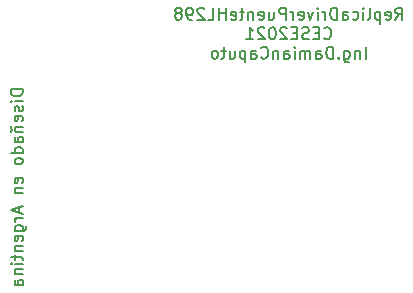
<source format=gbr>
%TF.GenerationSoftware,KiCad,Pcbnew,(5.1.10)-1*%
%TF.CreationDate,2021-10-13T16:11:29-06:00*%
%TF.ProjectId,ReplicaDriverPuenteHL298,5265706c-6963-4614-9472-697665725075,1.0*%
%TF.SameCoordinates,Original*%
%TF.FileFunction,Legend,Bot*%
%TF.FilePolarity,Positive*%
%FSLAX46Y46*%
G04 Gerber Fmt 4.6, Leading zero omitted, Abs format (unit mm)*
G04 Created by KiCad (PCBNEW (5.1.10)-1) date 2021-10-13 16:11:29*
%MOMM*%
%LPD*%
G01*
G04 APERTURE LIST*
%ADD10C,0.150000*%
G04 APERTURE END LIST*
D10*
X128952380Y-80714285D02*
X127952380Y-80714285D01*
X127952380Y-80952380D01*
X128000000Y-81095238D01*
X128095238Y-81190476D01*
X128190476Y-81238095D01*
X128380952Y-81285714D01*
X128523809Y-81285714D01*
X128714285Y-81238095D01*
X128809523Y-81190476D01*
X128904761Y-81095238D01*
X128952380Y-80952380D01*
X128952380Y-80714285D01*
X128952380Y-81714285D02*
X128285714Y-81714285D01*
X127952380Y-81714285D02*
X128000000Y-81666666D01*
X128047619Y-81714285D01*
X128000000Y-81761904D01*
X127952380Y-81714285D01*
X128047619Y-81714285D01*
X128904761Y-82142857D02*
X128952380Y-82238095D01*
X128952380Y-82428571D01*
X128904761Y-82523809D01*
X128809523Y-82571428D01*
X128761904Y-82571428D01*
X128666666Y-82523809D01*
X128619047Y-82428571D01*
X128619047Y-82285714D01*
X128571428Y-82190476D01*
X128476190Y-82142857D01*
X128428571Y-82142857D01*
X128333333Y-82190476D01*
X128285714Y-82285714D01*
X128285714Y-82428571D01*
X128333333Y-82523809D01*
X128904761Y-83380952D02*
X128952380Y-83285714D01*
X128952380Y-83095238D01*
X128904761Y-83000000D01*
X128809523Y-82952380D01*
X128428571Y-82952380D01*
X128333333Y-83000000D01*
X128285714Y-83095238D01*
X128285714Y-83285714D01*
X128333333Y-83380952D01*
X128428571Y-83428571D01*
X128523809Y-83428571D01*
X128619047Y-82952380D01*
X128285714Y-83857142D02*
X128952380Y-83857142D01*
X128380952Y-83857142D02*
X128333333Y-83904761D01*
X128285714Y-84000000D01*
X128285714Y-84142857D01*
X128333333Y-84238095D01*
X128428571Y-84285714D01*
X128952380Y-84285714D01*
X128047619Y-83809523D02*
X128000000Y-83857142D01*
X127952380Y-83952380D01*
X128047619Y-84142857D01*
X128000000Y-84238095D01*
X127952380Y-84285714D01*
X128952380Y-85190476D02*
X128428571Y-85190476D01*
X128333333Y-85142857D01*
X128285714Y-85047619D01*
X128285714Y-84857142D01*
X128333333Y-84761904D01*
X128904761Y-85190476D02*
X128952380Y-85095238D01*
X128952380Y-84857142D01*
X128904761Y-84761904D01*
X128809523Y-84714285D01*
X128714285Y-84714285D01*
X128619047Y-84761904D01*
X128571428Y-84857142D01*
X128571428Y-85095238D01*
X128523809Y-85190476D01*
X128952380Y-86095238D02*
X127952380Y-86095238D01*
X128904761Y-86095238D02*
X128952380Y-86000000D01*
X128952380Y-85809523D01*
X128904761Y-85714285D01*
X128857142Y-85666666D01*
X128761904Y-85619047D01*
X128476190Y-85619047D01*
X128380952Y-85666666D01*
X128333333Y-85714285D01*
X128285714Y-85809523D01*
X128285714Y-86000000D01*
X128333333Y-86095238D01*
X128952380Y-86714285D02*
X128904761Y-86619047D01*
X128857142Y-86571428D01*
X128761904Y-86523809D01*
X128476190Y-86523809D01*
X128380952Y-86571428D01*
X128333333Y-86619047D01*
X128285714Y-86714285D01*
X128285714Y-86857142D01*
X128333333Y-86952380D01*
X128380952Y-87000000D01*
X128476190Y-87047619D01*
X128761904Y-87047619D01*
X128857142Y-87000000D01*
X128904761Y-86952380D01*
X128952380Y-86857142D01*
X128952380Y-86714285D01*
X128904761Y-88619047D02*
X128952380Y-88523809D01*
X128952380Y-88333333D01*
X128904761Y-88238095D01*
X128809523Y-88190476D01*
X128428571Y-88190476D01*
X128333333Y-88238095D01*
X128285714Y-88333333D01*
X128285714Y-88523809D01*
X128333333Y-88619047D01*
X128428571Y-88666666D01*
X128523809Y-88666666D01*
X128619047Y-88190476D01*
X128285714Y-89095238D02*
X128952380Y-89095238D01*
X128380952Y-89095238D02*
X128333333Y-89142857D01*
X128285714Y-89238095D01*
X128285714Y-89380952D01*
X128333333Y-89476190D01*
X128428571Y-89523809D01*
X128952380Y-89523809D01*
X128666666Y-90714285D02*
X128666666Y-91190476D01*
X128952380Y-90619047D02*
X127952380Y-90952380D01*
X128952380Y-91285714D01*
X128952380Y-91619047D02*
X128285714Y-91619047D01*
X128476190Y-91619047D02*
X128380952Y-91666666D01*
X128333333Y-91714285D01*
X128285714Y-91809523D01*
X128285714Y-91904761D01*
X128285714Y-92666666D02*
X129095238Y-92666666D01*
X129190476Y-92619047D01*
X129238095Y-92571428D01*
X129285714Y-92476190D01*
X129285714Y-92333333D01*
X129238095Y-92238095D01*
X128904761Y-92666666D02*
X128952380Y-92571428D01*
X128952380Y-92380952D01*
X128904761Y-92285714D01*
X128857142Y-92238095D01*
X128761904Y-92190476D01*
X128476190Y-92190476D01*
X128380952Y-92238095D01*
X128333333Y-92285714D01*
X128285714Y-92380952D01*
X128285714Y-92571428D01*
X128333333Y-92666666D01*
X128904761Y-93523809D02*
X128952380Y-93428571D01*
X128952380Y-93238095D01*
X128904761Y-93142857D01*
X128809523Y-93095238D01*
X128428571Y-93095238D01*
X128333333Y-93142857D01*
X128285714Y-93238095D01*
X128285714Y-93428571D01*
X128333333Y-93523809D01*
X128428571Y-93571428D01*
X128523809Y-93571428D01*
X128619047Y-93095238D01*
X128285714Y-94000000D02*
X128952380Y-94000000D01*
X128380952Y-94000000D02*
X128333333Y-94047619D01*
X128285714Y-94142857D01*
X128285714Y-94285714D01*
X128333333Y-94380952D01*
X128428571Y-94428571D01*
X128952380Y-94428571D01*
X128285714Y-94761904D02*
X128285714Y-95142857D01*
X127952380Y-94904761D02*
X128809523Y-94904761D01*
X128904761Y-94952380D01*
X128952380Y-95047619D01*
X128952380Y-95142857D01*
X128952380Y-95476190D02*
X128285714Y-95476190D01*
X127952380Y-95476190D02*
X128000000Y-95428571D01*
X128047619Y-95476190D01*
X128000000Y-95523809D01*
X127952380Y-95476190D01*
X128047619Y-95476190D01*
X128285714Y-95952380D02*
X128952380Y-95952380D01*
X128380952Y-95952380D02*
X128333333Y-96000000D01*
X128285714Y-96095238D01*
X128285714Y-96238095D01*
X128333333Y-96333333D01*
X128428571Y-96380952D01*
X128952380Y-96380952D01*
X128952380Y-97285714D02*
X128428571Y-97285714D01*
X128333333Y-97238095D01*
X128285714Y-97142857D01*
X128285714Y-96952380D01*
X128333333Y-96857142D01*
X128904761Y-97285714D02*
X128952380Y-97190476D01*
X128952380Y-96952380D01*
X128904761Y-96857142D01*
X128809523Y-96809523D01*
X128714285Y-96809523D01*
X128619047Y-96857142D01*
X128571428Y-96952380D01*
X128571428Y-97190476D01*
X128523809Y-97285714D01*
X160523809Y-74802380D02*
X160857142Y-74326190D01*
X161095238Y-74802380D02*
X161095238Y-73802380D01*
X160714285Y-73802380D01*
X160619047Y-73850000D01*
X160571428Y-73897619D01*
X160523809Y-73992857D01*
X160523809Y-74135714D01*
X160571428Y-74230952D01*
X160619047Y-74278571D01*
X160714285Y-74326190D01*
X161095238Y-74326190D01*
X159714285Y-74754761D02*
X159809523Y-74802380D01*
X160000000Y-74802380D01*
X160095238Y-74754761D01*
X160142857Y-74659523D01*
X160142857Y-74278571D01*
X160095238Y-74183333D01*
X160000000Y-74135714D01*
X159809523Y-74135714D01*
X159714285Y-74183333D01*
X159666666Y-74278571D01*
X159666666Y-74373809D01*
X160142857Y-74469047D01*
X159238095Y-74135714D02*
X159238095Y-75135714D01*
X159238095Y-74183333D02*
X159142857Y-74135714D01*
X158952380Y-74135714D01*
X158857142Y-74183333D01*
X158809523Y-74230952D01*
X158761904Y-74326190D01*
X158761904Y-74611904D01*
X158809523Y-74707142D01*
X158857142Y-74754761D01*
X158952380Y-74802380D01*
X159142857Y-74802380D01*
X159238095Y-74754761D01*
X158190476Y-74802380D02*
X158285714Y-74754761D01*
X158333333Y-74659523D01*
X158333333Y-73802380D01*
X157809523Y-74802380D02*
X157809523Y-74135714D01*
X157809523Y-73802380D02*
X157857142Y-73850000D01*
X157809523Y-73897619D01*
X157761904Y-73850000D01*
X157809523Y-73802380D01*
X157809523Y-73897619D01*
X156904761Y-74754761D02*
X157000000Y-74802380D01*
X157190476Y-74802380D01*
X157285714Y-74754761D01*
X157333333Y-74707142D01*
X157380952Y-74611904D01*
X157380952Y-74326190D01*
X157333333Y-74230952D01*
X157285714Y-74183333D01*
X157190476Y-74135714D01*
X157000000Y-74135714D01*
X156904761Y-74183333D01*
X156047619Y-74802380D02*
X156047619Y-74278571D01*
X156095238Y-74183333D01*
X156190476Y-74135714D01*
X156380952Y-74135714D01*
X156476190Y-74183333D01*
X156047619Y-74754761D02*
X156142857Y-74802380D01*
X156380952Y-74802380D01*
X156476190Y-74754761D01*
X156523809Y-74659523D01*
X156523809Y-74564285D01*
X156476190Y-74469047D01*
X156380952Y-74421428D01*
X156142857Y-74421428D01*
X156047619Y-74373809D01*
X155571428Y-74802380D02*
X155571428Y-73802380D01*
X155333333Y-73802380D01*
X155190476Y-73850000D01*
X155095238Y-73945238D01*
X155047619Y-74040476D01*
X155000000Y-74230952D01*
X155000000Y-74373809D01*
X155047619Y-74564285D01*
X155095238Y-74659523D01*
X155190476Y-74754761D01*
X155333333Y-74802380D01*
X155571428Y-74802380D01*
X154571428Y-74802380D02*
X154571428Y-74135714D01*
X154571428Y-74326190D02*
X154523809Y-74230952D01*
X154476190Y-74183333D01*
X154380952Y-74135714D01*
X154285714Y-74135714D01*
X153952380Y-74802380D02*
X153952380Y-74135714D01*
X153952380Y-73802380D02*
X154000000Y-73850000D01*
X153952380Y-73897619D01*
X153904761Y-73850000D01*
X153952380Y-73802380D01*
X153952380Y-73897619D01*
X153571428Y-74135714D02*
X153333333Y-74802380D01*
X153095238Y-74135714D01*
X152333333Y-74754761D02*
X152428571Y-74802380D01*
X152619047Y-74802380D01*
X152714285Y-74754761D01*
X152761904Y-74659523D01*
X152761904Y-74278571D01*
X152714285Y-74183333D01*
X152619047Y-74135714D01*
X152428571Y-74135714D01*
X152333333Y-74183333D01*
X152285714Y-74278571D01*
X152285714Y-74373809D01*
X152761904Y-74469047D01*
X151857142Y-74802380D02*
X151857142Y-74135714D01*
X151857142Y-74326190D02*
X151809523Y-74230952D01*
X151761904Y-74183333D01*
X151666666Y-74135714D01*
X151571428Y-74135714D01*
X151238095Y-74802380D02*
X151238095Y-73802380D01*
X150857142Y-73802380D01*
X150761904Y-73850000D01*
X150714285Y-73897619D01*
X150666666Y-73992857D01*
X150666666Y-74135714D01*
X150714285Y-74230952D01*
X150761904Y-74278571D01*
X150857142Y-74326190D01*
X151238095Y-74326190D01*
X149809523Y-74135714D02*
X149809523Y-74802380D01*
X150238095Y-74135714D02*
X150238095Y-74659523D01*
X150190476Y-74754761D01*
X150095238Y-74802380D01*
X149952380Y-74802380D01*
X149857142Y-74754761D01*
X149809523Y-74707142D01*
X148952380Y-74754761D02*
X149047619Y-74802380D01*
X149238095Y-74802380D01*
X149333333Y-74754761D01*
X149380952Y-74659523D01*
X149380952Y-74278571D01*
X149333333Y-74183333D01*
X149238095Y-74135714D01*
X149047619Y-74135714D01*
X148952380Y-74183333D01*
X148904761Y-74278571D01*
X148904761Y-74373809D01*
X149380952Y-74469047D01*
X148476190Y-74135714D02*
X148476190Y-74802380D01*
X148476190Y-74230952D02*
X148428571Y-74183333D01*
X148333333Y-74135714D01*
X148190476Y-74135714D01*
X148095238Y-74183333D01*
X148047619Y-74278571D01*
X148047619Y-74802380D01*
X147714285Y-74135714D02*
X147333333Y-74135714D01*
X147571428Y-73802380D02*
X147571428Y-74659523D01*
X147523809Y-74754761D01*
X147428571Y-74802380D01*
X147333333Y-74802380D01*
X146619047Y-74754761D02*
X146714285Y-74802380D01*
X146904761Y-74802380D01*
X147000000Y-74754761D01*
X147047619Y-74659523D01*
X147047619Y-74278571D01*
X147000000Y-74183333D01*
X146904761Y-74135714D01*
X146714285Y-74135714D01*
X146619047Y-74183333D01*
X146571428Y-74278571D01*
X146571428Y-74373809D01*
X147047619Y-74469047D01*
X146142857Y-74802380D02*
X146142857Y-73802380D01*
X146142857Y-74278571D02*
X145571428Y-74278571D01*
X145571428Y-74802380D02*
X145571428Y-73802380D01*
X144619047Y-74802380D02*
X145095238Y-74802380D01*
X145095238Y-73802380D01*
X144333333Y-73897619D02*
X144285714Y-73850000D01*
X144190476Y-73802380D01*
X143952380Y-73802380D01*
X143857142Y-73850000D01*
X143809523Y-73897619D01*
X143761904Y-73992857D01*
X143761904Y-74088095D01*
X143809523Y-74230952D01*
X144380952Y-74802380D01*
X143761904Y-74802380D01*
X143285714Y-74802380D02*
X143095238Y-74802380D01*
X143000000Y-74754761D01*
X142952380Y-74707142D01*
X142857142Y-74564285D01*
X142809523Y-74373809D01*
X142809523Y-73992857D01*
X142857142Y-73897619D01*
X142904761Y-73850000D01*
X143000000Y-73802380D01*
X143190476Y-73802380D01*
X143285714Y-73850000D01*
X143333333Y-73897619D01*
X143380952Y-73992857D01*
X143380952Y-74230952D01*
X143333333Y-74326190D01*
X143285714Y-74373809D01*
X143190476Y-74421428D01*
X143000000Y-74421428D01*
X142904761Y-74373809D01*
X142857142Y-74326190D01*
X142809523Y-74230952D01*
X142238095Y-74230952D02*
X142333333Y-74183333D01*
X142380952Y-74135714D01*
X142428571Y-74040476D01*
X142428571Y-73992857D01*
X142380952Y-73897619D01*
X142333333Y-73850000D01*
X142238095Y-73802380D01*
X142047619Y-73802380D01*
X141952380Y-73850000D01*
X141904761Y-73897619D01*
X141857142Y-73992857D01*
X141857142Y-74040476D01*
X141904761Y-74135714D01*
X141952380Y-74183333D01*
X142047619Y-74230952D01*
X142238095Y-74230952D01*
X142333333Y-74278571D01*
X142380952Y-74326190D01*
X142428571Y-74421428D01*
X142428571Y-74611904D01*
X142380952Y-74707142D01*
X142333333Y-74754761D01*
X142238095Y-74802380D01*
X142047619Y-74802380D01*
X141952380Y-74754761D01*
X141904761Y-74707142D01*
X141857142Y-74611904D01*
X141857142Y-74421428D01*
X141904761Y-74326190D01*
X141952380Y-74278571D01*
X142047619Y-74230952D01*
X154476190Y-76357142D02*
X154523809Y-76404761D01*
X154666666Y-76452380D01*
X154761904Y-76452380D01*
X154904761Y-76404761D01*
X155000000Y-76309523D01*
X155047619Y-76214285D01*
X155095238Y-76023809D01*
X155095238Y-75880952D01*
X155047619Y-75690476D01*
X155000000Y-75595238D01*
X154904761Y-75500000D01*
X154761904Y-75452380D01*
X154666666Y-75452380D01*
X154523809Y-75500000D01*
X154476190Y-75547619D01*
X154047619Y-75928571D02*
X153714285Y-75928571D01*
X153571428Y-76452380D02*
X154047619Y-76452380D01*
X154047619Y-75452380D01*
X153571428Y-75452380D01*
X153190476Y-76404761D02*
X153047619Y-76452380D01*
X152809523Y-76452380D01*
X152714285Y-76404761D01*
X152666666Y-76357142D01*
X152619047Y-76261904D01*
X152619047Y-76166666D01*
X152666666Y-76071428D01*
X152714285Y-76023809D01*
X152809523Y-75976190D01*
X153000000Y-75928571D01*
X153095238Y-75880952D01*
X153142857Y-75833333D01*
X153190476Y-75738095D01*
X153190476Y-75642857D01*
X153142857Y-75547619D01*
X153095238Y-75500000D01*
X153000000Y-75452380D01*
X152761904Y-75452380D01*
X152619047Y-75500000D01*
X152190476Y-75928571D02*
X151857142Y-75928571D01*
X151714285Y-76452380D02*
X152190476Y-76452380D01*
X152190476Y-75452380D01*
X151714285Y-75452380D01*
X151333333Y-75547619D02*
X151285714Y-75500000D01*
X151190476Y-75452380D01*
X150952380Y-75452380D01*
X150857142Y-75500000D01*
X150809523Y-75547619D01*
X150761904Y-75642857D01*
X150761904Y-75738095D01*
X150809523Y-75880952D01*
X151380952Y-76452380D01*
X150761904Y-76452380D01*
X150142857Y-75452380D02*
X150047619Y-75452380D01*
X149952380Y-75500000D01*
X149904761Y-75547619D01*
X149857142Y-75642857D01*
X149809523Y-75833333D01*
X149809523Y-76071428D01*
X149857142Y-76261904D01*
X149904761Y-76357142D01*
X149952380Y-76404761D01*
X150047619Y-76452380D01*
X150142857Y-76452380D01*
X150238095Y-76404761D01*
X150285714Y-76357142D01*
X150333333Y-76261904D01*
X150380952Y-76071428D01*
X150380952Y-75833333D01*
X150333333Y-75642857D01*
X150285714Y-75547619D01*
X150238095Y-75500000D01*
X150142857Y-75452380D01*
X149428571Y-75547619D02*
X149380952Y-75500000D01*
X149285714Y-75452380D01*
X149047619Y-75452380D01*
X148952380Y-75500000D01*
X148904761Y-75547619D01*
X148857142Y-75642857D01*
X148857142Y-75738095D01*
X148904761Y-75880952D01*
X149476190Y-76452380D01*
X148857142Y-76452380D01*
X147904761Y-76452380D02*
X148476190Y-76452380D01*
X148190476Y-76452380D02*
X148190476Y-75452380D01*
X148285714Y-75595238D01*
X148380952Y-75690476D01*
X148476190Y-75738095D01*
X158000000Y-78102380D02*
X158000000Y-77102380D01*
X157523809Y-77435714D02*
X157523809Y-78102380D01*
X157523809Y-77530952D02*
X157476190Y-77483333D01*
X157380952Y-77435714D01*
X157238095Y-77435714D01*
X157142857Y-77483333D01*
X157095238Y-77578571D01*
X157095238Y-78102380D01*
X156190476Y-77435714D02*
X156190476Y-78245238D01*
X156238095Y-78340476D01*
X156285714Y-78388095D01*
X156380952Y-78435714D01*
X156523809Y-78435714D01*
X156619047Y-78388095D01*
X156190476Y-78054761D02*
X156285714Y-78102380D01*
X156476190Y-78102380D01*
X156571428Y-78054761D01*
X156619047Y-78007142D01*
X156666666Y-77911904D01*
X156666666Y-77626190D01*
X156619047Y-77530952D01*
X156571428Y-77483333D01*
X156476190Y-77435714D01*
X156285714Y-77435714D01*
X156190476Y-77483333D01*
X155714285Y-78007142D02*
X155666666Y-78054761D01*
X155714285Y-78102380D01*
X155761904Y-78054761D01*
X155714285Y-78007142D01*
X155714285Y-78102380D01*
X155238095Y-78102380D02*
X155238095Y-77102380D01*
X155000000Y-77102380D01*
X154857142Y-77150000D01*
X154761904Y-77245238D01*
X154714285Y-77340476D01*
X154666666Y-77530952D01*
X154666666Y-77673809D01*
X154714285Y-77864285D01*
X154761904Y-77959523D01*
X154857142Y-78054761D01*
X155000000Y-78102380D01*
X155238095Y-78102380D01*
X153809523Y-78102380D02*
X153809523Y-77578571D01*
X153857142Y-77483333D01*
X153952380Y-77435714D01*
X154142857Y-77435714D01*
X154238095Y-77483333D01*
X153809523Y-78054761D02*
X153904761Y-78102380D01*
X154142857Y-78102380D01*
X154238095Y-78054761D01*
X154285714Y-77959523D01*
X154285714Y-77864285D01*
X154238095Y-77769047D01*
X154142857Y-77721428D01*
X153904761Y-77721428D01*
X153809523Y-77673809D01*
X153333333Y-78102380D02*
X153333333Y-77435714D01*
X153333333Y-77530952D02*
X153285714Y-77483333D01*
X153190476Y-77435714D01*
X153047619Y-77435714D01*
X152952380Y-77483333D01*
X152904761Y-77578571D01*
X152904761Y-78102380D01*
X152904761Y-77578571D02*
X152857142Y-77483333D01*
X152761904Y-77435714D01*
X152619047Y-77435714D01*
X152523809Y-77483333D01*
X152476190Y-77578571D01*
X152476190Y-78102380D01*
X152000000Y-78102380D02*
X152000000Y-77435714D01*
X152000000Y-77102380D02*
X152047619Y-77150000D01*
X152000000Y-77197619D01*
X151952380Y-77150000D01*
X152000000Y-77102380D01*
X152000000Y-77197619D01*
X151095238Y-78102380D02*
X151095238Y-77578571D01*
X151142857Y-77483333D01*
X151238095Y-77435714D01*
X151428571Y-77435714D01*
X151523809Y-77483333D01*
X151095238Y-78054761D02*
X151190476Y-78102380D01*
X151428571Y-78102380D01*
X151523809Y-78054761D01*
X151571428Y-77959523D01*
X151571428Y-77864285D01*
X151523809Y-77769047D01*
X151428571Y-77721428D01*
X151190476Y-77721428D01*
X151095238Y-77673809D01*
X150619047Y-77435714D02*
X150619047Y-78102380D01*
X150619047Y-77530952D02*
X150571428Y-77483333D01*
X150476190Y-77435714D01*
X150333333Y-77435714D01*
X150238095Y-77483333D01*
X150190476Y-77578571D01*
X150190476Y-78102380D01*
X149142857Y-78007142D02*
X149190476Y-78054761D01*
X149333333Y-78102380D01*
X149428571Y-78102380D01*
X149571428Y-78054761D01*
X149666666Y-77959523D01*
X149714285Y-77864285D01*
X149761904Y-77673809D01*
X149761904Y-77530952D01*
X149714285Y-77340476D01*
X149666666Y-77245238D01*
X149571428Y-77150000D01*
X149428571Y-77102380D01*
X149333333Y-77102380D01*
X149190476Y-77150000D01*
X149142857Y-77197619D01*
X148285714Y-78102380D02*
X148285714Y-77578571D01*
X148333333Y-77483333D01*
X148428571Y-77435714D01*
X148619047Y-77435714D01*
X148714285Y-77483333D01*
X148285714Y-78054761D02*
X148380952Y-78102380D01*
X148619047Y-78102380D01*
X148714285Y-78054761D01*
X148761904Y-77959523D01*
X148761904Y-77864285D01*
X148714285Y-77769047D01*
X148619047Y-77721428D01*
X148380952Y-77721428D01*
X148285714Y-77673809D01*
X147809523Y-77435714D02*
X147809523Y-78435714D01*
X147809523Y-77483333D02*
X147714285Y-77435714D01*
X147523809Y-77435714D01*
X147428571Y-77483333D01*
X147380952Y-77530952D01*
X147333333Y-77626190D01*
X147333333Y-77911904D01*
X147380952Y-78007142D01*
X147428571Y-78054761D01*
X147523809Y-78102380D01*
X147714285Y-78102380D01*
X147809523Y-78054761D01*
X146476190Y-77435714D02*
X146476190Y-78102380D01*
X146904761Y-77435714D02*
X146904761Y-77959523D01*
X146857142Y-78054761D01*
X146761904Y-78102380D01*
X146619047Y-78102380D01*
X146523809Y-78054761D01*
X146476190Y-78007142D01*
X146142857Y-77435714D02*
X145761904Y-77435714D01*
X146000000Y-77102380D02*
X146000000Y-77959523D01*
X145952380Y-78054761D01*
X145857142Y-78102380D01*
X145761904Y-78102380D01*
X145285714Y-78102380D02*
X145380952Y-78054761D01*
X145428571Y-78007142D01*
X145476190Y-77911904D01*
X145476190Y-77626190D01*
X145428571Y-77530952D01*
X145380952Y-77483333D01*
X145285714Y-77435714D01*
X145142857Y-77435714D01*
X145047619Y-77483333D01*
X145000000Y-77530952D01*
X144952380Y-77626190D01*
X144952380Y-77911904D01*
X145000000Y-78007142D01*
X145047619Y-78054761D01*
X145142857Y-78102380D01*
X145285714Y-78102380D01*
M02*

</source>
